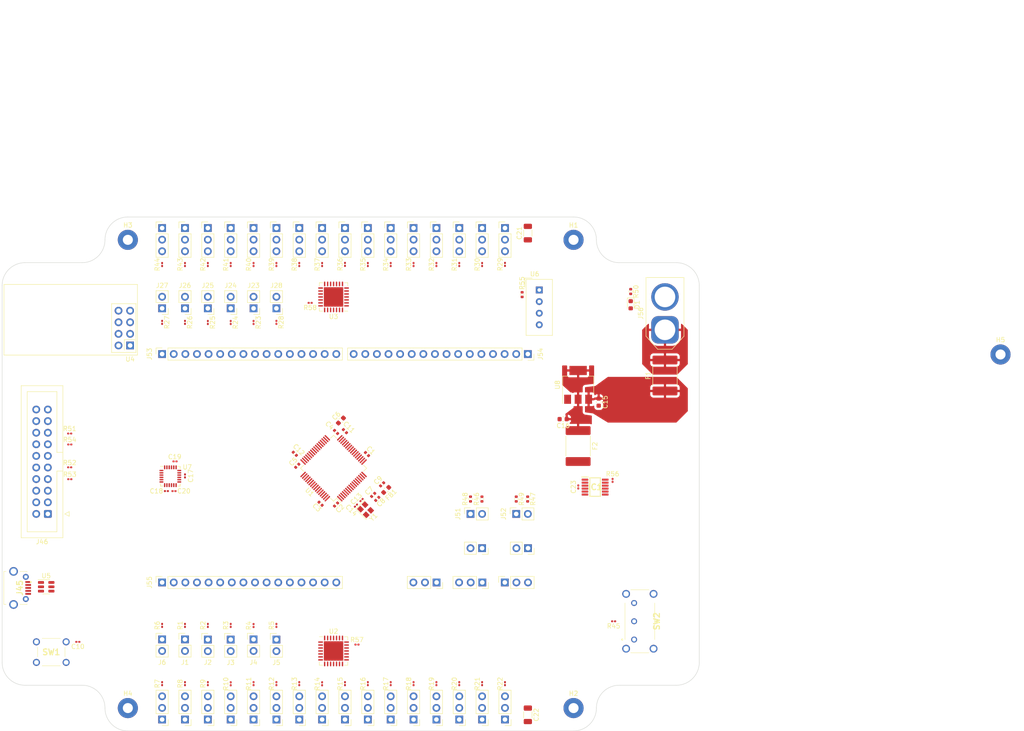
<source format=kicad_pcb>
(kicad_pcb (version 20221018) (generator pcbnew)
  (layers (0 "F.Cu" signal) (1 "In1.Cu" signal) (2 "In2.Cu" signal) (31 "B.Cu" signal "B. GND") (34 "B.Paste" user) (35 "F.Paste" user) (36 "B.SilkS" user "B.Silkscreen") (37 "F.SilkS" user "F.Silkscreen") (38 "B.Mask" user) (39 "F.Mask" user) (44 "Edge.Cuts" user))
  (net 0 "")
  (net 1 "U1A0")
  (net 2 "U1A1")
  (net 3 "U1A2")
  (net 4 "U1A3")
  (net 5 "U1A4")
  (net 6 "U1A5")
  (net 7 "U2A5")
  (net 8 "U2A4")
  (net 9 "U2A3")
  (net 10 "U2A2")
  (net 11 "U2A1")
  (net 12 "U2A0")
  (net 13 "Servo0")
  (net 14 "Servo1")
  (net 15 "Servo2")
  (net 16 "Servo3")
  (net 17 "Servo4")
  (net 18 "Servo5")
  (net 19 "Net-(U1-VCAP_1)")
  (net 20 "Servo6")
  (net 21 "Servo7")
  (net 22 "Servo8")
  (net 23 "Servo9")
  (net 24 "Servo10")
  (net 25 "Servo11")
  (net 26 "Servo12")
  (net 27 "Servo13")
  (net 28 "Net-(U1-VCAP_2)")
  (net 29 "Net-(J46-TMS{slash}SWDIO)")
  (net 30 "Net-(J46-TCK{slash}SWDCLK)")
  (net 32 "Servo14")
  (net 33 "Servo15")
  (net 34 "Servo16")
  (net 35 "Servo17")
  (net 36 "Servo18")
  (net 37 "Servo19")
  (net 38 "Servo20")
  (net 39 "Servo21")
  (net 40 "Net-(J46-TDO{slash}SWO)")
  (net 41 "Servo22")
  (net 42 "Servo23")
  (net 43 "Servo24")
  (net 44 "Servo25")
  (net 45 "Servo26")
  (net 46 "Servo27")
  (net 47 "Servo28")
  (net 48 "Servo29")
  (net 49 "/NO_FUSE_3V3")
  (net 51 "Net-(J46-~{SRST})")
  (net 54 "Servo30")
  (net 55 "Servo31")
  (net 56 "SPI2_MOSI")
  (net 57 "SPI2_MISO")
  (net 58 "+3.3V")
  (net 59 "/USB_ESD_D-")
  (net 60 "/USB_ESD_D+")
  (net 61 "+3.3VA")
  (net 62 "USB_ID")
  (net 63 "USB_D-")
  (net 64 "USB_D+")
  (net 65 "SWDIO")
  (net 66 "SWDCLK")
  (net 67 "UART5_TX")
  (net 68 "UART5_RX")
  (net 69 "/BOOT0")
  (net 70 "SWDO")
  (net 71 "HSE_IN")
  (net 72 "HSE_OUT")
  (net 73 "NRST")
  (net 74 "I2C2_SDA")
  (net 75 "I2C2_SCL")
  (net 76 "Net-(D1-K)")
  (net 77 "Net-(U3-LED0)")
  (net 78 "Net-(U3-LED1)")
  (net 79 "Net-(U3-LED2)")
  (net 80 "Net-(U3-LED3)")
  (net 81 "Net-(U3-LED4)")
  (net 82 "Net-(U3-LED5)")
  (net 83 "Net-(U3-LED6)")
  (net 84 "Net-(U3-LED7)")
  (net 85 "Net-(U3-LED8)")
  (net 86 "Net-(U3-LED9)")
  (net 87 "Net-(U3-LED10)")
  (net 88 "Net-(U3-LED11)")
  (net 89 "Net-(U3-LED12)")
  (net 90 "Net-(U3-LED13)")
  (net 91 "Net-(U3-LED14)")
  (net 92 "Net-(U3-LED15)")
  (net 93 "/SW_BOOT0")
  (net 94 "UART4_TX")
  (net 95 "LTC_ALERT")
  (net 96 "UART4_RX")
  (net 98 "VBUS")
  (net 99 "SPI1_SCK")
  (net 100 "SPI1_MISO")
  (net 101 "SPI1_MOSI")
  (net 102 "NRF_IRQ")
  (net 103 "NRF_CSN")
  (net 104 "NRF_CE")
  (net 105 "DHT11_DA")
  (net 107 "SPI2_SCK")
  (net 108 "IMU_INT")
  (net 109 "Net-(U2-LED0)")
  (net 110 "Net-(U2-LED1)")
  (net 111 "Net-(U2-LED2)")
  (net 112 "Net-(U2-LED3)")
  (net 113 "Net-(U2-LED4)")
  (net 114 "Net-(U2-LED5)")
  (net 115 "Net-(U2-LED6)")
  (net 116 "Net-(U2-LED7)")
  (net 117 "Net-(U2-LED8)")
  (net 118 "Net-(U2-LED9)")
  (net 119 "Net-(U2-LED10)")
  (net 120 "Net-(U2-LED11)")
  (net 121 "Net-(U2-LED12)")
  (net 122 "Net-(U2-LED13)")
  (net 123 "Net-(U2-LED14)")
  (net 124 "Net-(U2-LED15)")
  (net 125 "I2C1_SCL")
  (net 126 "I2C1_SDA")
  (net 127 "GND")
  (net 128 "Net-(SW1-COM_2)")
  (net 129 "Net-(U7-CPOUT)")
  (net 130 "Net-(U2-~{OE})")
  (net 131 "/PA3")
  (net 132 "/PA8")
  (net 133 "/PA9")
  (net 134 "/P1A5")
  (net 135 "Net-(J54-Pin_1)")
  (net 136 "Net-(J54-Pin_7)")
  (net 137 "Net-(J54-Pin_8)")
  (net 138 "Net-(J54-Pin_9)")
  (net 139 "Net-(J54-Pin_10)")
  (net 140 "Net-(J54-Pin_11)")
  (net 141 "Net-(J54-Pin_12)")
  (net 142 "Net-(J54-Pin_14)")
  (net 143 "Net-(J54-Pin_15)")
  (net 144 "Net-(J54-Pin_16)")
  (net 145 "Net-(J55-Pin_3)")
  (net 146 "Net-(J55-Pin_5)")
  (net 147 "Net-(J55-Pin_6)")
  (net 148 "Net-(J55-Pin_8)")
  (net 149 "Net-(J55-Pin_9)")
  (net 150 "Net-(J55-Pin_15)")
  (net 151 "Net-(J55-Pin_16)")
  (net 168 "Net-(IC1-ADR1)")
  (net 169 "Net-(U3-~{OE})")
  (net 170 "Net-(IC1-SENSE-)")
  (net 171 "+7.5V")
  (net 172 "/BAT_POS")
  (footprint "Resistor_SMD:R_0201_0603Metric" (layer "F.Cu") (at 72.5 172.18 90)
    (fp_text reference "R10")
    (fp_text value "220")
  )
  (footprint "Connector_PinHeader_2.54mm:PinHeader_1x02_P2.54mm_Vertical" (layer "F.Cu") (at 62.5 162.46)
    (fp_text reference "J1")
    (fp_text value "U1A")
  )
  (footprint "Resistor_SMD:R_0201_0603Metric" (layer "F.Cu") (at 117.5 80.405 90)
    (fp_text reference "R32")
    (fp_text value "220")
  )
  (footprint "MountingHole:MountingHole_2.2mm_M2_Pad" (layer "F.Cu") (at 147.5 75)
    (fp_text reference "H1")
    (fp_text value "MountingHole")
  )
  (footprint "Resistor_SMD:R_0201_0603Metric" (layer "F.Cu") (at 87.5 80.405 90)
    (fp_text reference "R38")
    (fp_text value "220")
  )
  (footprint "#Custom Stuff:EG1224" (layer "F.Cu") (at 160.75 162.5 90)
    (fp_text reference "SW2")
    (fp_text value "~" hide)
  )
  (footprint "Resistor_SMD:R_0201_0603Metric" (layer "F.Cu") (at 57.5 159.405 90)
    (fp_text reference "R6")
    (fp_text value "220")
  )
  (footprint "Connector_PinHeader_2.54mm:PinHeader_1x03_P2.54mm_Vertical" (layer "F.Cu") (at 102.5 72.42)
    (fp_text reference "J35" hide)
    (fp_text value "Servo")
  )
  (footprint "Resistor_SMD:R_0201_0603Metric" (layer "F.Cu") (at 82.5 80.405 90)
    (fp_text reference "R39")
    (fp_text value "220")
  )
  (footprint "Capacitor_SMD:C_0402_1005Metric" (layer "F.Cu") (at 86.528861 121.832162 135)
    (fp_text reference "C12")
    (fp_text value "100n")
  )
  (footprint "Resistor_SMD:R_0201_0603Metric" (layer "F.Cu") (at 127.5 172.155 90)
    (fp_text reference "R21")
    (fp_text value "220")
  )
  (footprint "Capacitor_SMD:C_0402_1005Metric" (layer "F.Cu") (at 95.544473 117.059191 135)
    (fp_text reference "C4")
    (fp_text value "100n")
  )
  (footprint "Resistor_SMD:R_0201_0603Metric" (layer "F.Cu") (at 72.5 80.405 90)
    (fp_text reference "R41")
    (fp_text value "220")
  )
  (footprint "Resistor_SMD:R_0402_1005Metric" (layer "F.Cu") (at 124.96 131.74 90)
    (fp_text reference "R48")
    (fp_text value "2k2")
  )
  (footprint "Connector_PinHeader_2.54mm:PinHeader_1x02_P2.54mm_Vertical" (layer "F.Cu") (at 82.5 162.5)
    (fp_text reference "J5")
    (fp_text value "U1A")
  )
  (footprint "Inductor_SMD:L_0603_1608Metric" (layer "F.Cu") (at 106.517002 129.746454 45)
    (fp_text reference "FB1")
    (fp_text value "120R")
  )
  (footprint "Resistor_SMD:R_0201_0603Metric" (layer "F.Cu") (at 112.5 80.405 90)
    (fp_text reference "R33")
    (fp_text value "220")
  )
  (footprint "Capacitor_SMD:C_0402_1005Metric" (layer "F.Cu") (at 92.157431 132.764032 135)
    (fp_text reference "C3")
    (fp_text value "100n")
  )
  (footprint "Capacitor_SMD:C_0402_1005Metric" (layer "F.Cu") (at 97.489016 116.882414 135)
    (fp_text reference "C11")
    (fp_text value "100n")
  )
  (footprint "#Custom Stuff:18259106" (layer "F.Cu") (at 30 163)
    (fp_text reference "SW1")
    (fp_text value "1825910-6" hide)
  )
  (footprint "Resistor_SMD:R_0201_0603Metric" (layer "F.Cu") (at 107.5 172.155 90)
    (fp_text reference "R17")
    (fp_text value "220")
  )
  (footprint "Resistor_SMD:R_0201_0603Metric" (layer "F.Cu") (at 62.5 93.07 -90)
    (fp_text reference "R26")
    (fp_text value "220")
  )
  (footprint "Resistor_SMD:R_0201_0603Metric" (layer "F.Cu") (at 132.5 80.38 90)
    (fp_text reference "R29")
    (fp_text value "220")
  )
  (footprint "Resistor_SMD:R_0402_1005Metric" (layer "F.Cu") (at 137.46 131.74 -90)
    (fp_text reference "R47")
    (fp_text value "2k2")
  )
  (footprint "Connector_PinHeader_2.54mm:PinHeader_1x03_P2.54mm_Vertical" (layer "F.Cu") (at 87.5 180 180)
    (fp_text reference "J13" hide)
    (fp_text value "Servo")
  )
  (footprint "Connector_PinHeader_2.54mm:PinHeader_1x03_P2.54mm_Vertical" (layer "F.Cu") (at 132.5 180 180)
    (fp_text reference "J22" hide)
    (fp_text value "Servo")
  )
  (footprint "Sensor_Motion:InvenSense_QFN-24_4x4mm_P0.5mm" (layer "F.Cu") (at 59.3 126.75)
    (fp_text reference "U7")
    (fp_text value "MPU-6050")
  )
  (footprint "Resistor_SMD:R_0201_0603Metric" (layer "F.Cu") (at 112.5 172.155 90)
    (fp_text reference "R18")
    (fp_text value "220")
  )
  (footprint "Resistor_SMD:R_0201_0603Metric" (layer "F.Cu") (at 122.5 80.405 90)
    (fp_text reference "R31")
    (fp_text value "220")
  )
  (footprint "Connector_PinHeader_2.54mm:PinHeader_1x03_P2.54mm_Vertical" (layer "F.Cu") (at 77.5 72.42)
    (fp_text reference "J40" hide)
    (fp_text value "Servo")
  )
  (footprint "Capacitor_SMD:C_1206_3216Metric" (layer "F.Cu") (at 137.5 73.525 90)
    (fp_text reference "C21")
    (fp_text value "10uF")
  )
  (footprint "Resistor_SMD:R_0201_0603Metric" (layer "F.Cu") (at 87.5 172.155 90)
    (fp_text reference "R13")
    (fp_text value "220")
  )
  (footprint "Resistor_SMD:R_0201_0603Metric" (layer "F.Cu") (at 92.5 172.18 90)
    (fp_text reference "R14")
    (fp_text value "220")
  )
  (footprint "Connector_PinSocket_2.54mm:PinSocket_1x16_P2.54mm_Vertical" (layer "F.Cu") (at 137.5 100 -90)
    (fp_text reference "J54")
    (fp_text value "Conn_01x16")
  )
  (footprint "Resistor_SMD:R_0201_0603Metric" (layer "F.Cu") (at 89.88 88.8 180)
    (fp_text reference "R58")
    (fp_text value "220")
  )
  (footprint "MountingHole:MountingHole_2.2mm_M2_Pad" (layer "F.Cu") (at 147.5 177.5)
    (fp_text reference "H2")
    (fp_text value "MountingHole")
  )
  (footprint "Connector_PinSocket_2.54mm:PinSocket_1x02_P2.54mm_Vertical" (layer "F.Cu") (at 134.96 135 90)
    (fp_text reference "J52")
    (fp_text value "Conn_01x02")
  )
  (footprint "Capacitor_SMD:C_0201_0603Metric" (layer "F.Cu") (at 62.5 126.68 90)
    (fp_text reference "C17")
    (fp_text value "10n")
  )
  (footprint "Resistor_SMD:R_0201_0603Metric" (layer "F.Cu") (at 102.5 80.405 90)
    (fp_text reference "R35")
    (fp_text value "220")
  )
  (footprint "Resistor_SMD:R_0201_0603Metric" (layer "F.Cu") (at 77.5 159.43 90)
    (fp_text reference "R4")
    (fp_text value "220")
  )
  (footprint "Resistor_SMD:R_0201_0603Metric" (layer "F.Cu") (at 97.5 80.38 90)
    (fp_text reference "R36")
    (fp_text value "220")
  )
  (footprint "Resistor_SMD:R_0201_0603Metric" (layer "F.Cu") (at 37.28 117.4)
    (fp_text reference "R51")
    (fp_text value "22")
  )
  (footprint "Resistor_SMD:R_0201_0603Metric" (layer "F.Cu") (at 57.5 80.405 90)
    (fp_text reference "R44")
    (fp_text value "220")
  )
  (footprint "Connector_PinSocket_2.54mm:PinSocket_1x03_P2.54mm_Vertical" (layer "F.Cu") (at 117.54 150 -90)
    (fp_text reference "J50" hide)
    (fp_text value "Conn_01x03")
  )
  (footprint "Capacitor_SMD:C_1206_3216Metric" (layer "F.Cu") (at 137.5 178.975 -90)
    (fp_text reference "C22")
    (fp_text value "10uF")
  )
  (footprint "Connector_PinSocket_2.54mm:PinSocket_1x02_P2.54mm_Vertical" (layer "F.Cu") (at 127.5 142.5 -90)
    (fp_text reference "J48" hide)
    (fp_text value "Conn_01x02")
  )
  (footprint "Connector_PinHeader_2.54mm:PinHeader_1x03_P2.54mm_Vertical" (layer "F.Cu") (at 107.5 180 180)
    (fp_text reference "J17" hide)
    (fp_text value "Servo")
  )
  (footprint "Package_DFN_QFN:QFN-28-1EP_6x6mm_P0.65mm_EP4.25x4.25mm" (layer "F.Cu") (at 95 165)
    (fp_text reference "U2")
    (fp_text value "PCA9685BS")
  )
  (footprint "Resistor_SMD:R_0201_0603Metric" (layer "F.Cu") (at 67.5 93.095 -90)
    (fp_text reference "R25")
    (fp_text value "220")
  )
  (footprint "Connector_PinHeader_2.54mm:PinHeader_1x03_P2.54mm_Vertical" (layer "F.Cu") (at 127.5 180 180)
    (fp_text reference "J21" hide)
    (fp_text value "Servo")
  )
  (footprint "Connector_PinHeader_2.54mm:PinHeader_1x03_P2.54mm_Vertical" (layer "F.Cu") (at 87.5 72.42)
    (fp_text reference "J38" hide)
    (fp_text value "Servo")
  )
  (footprint "MountingHole:MountingHole_2.2mm_M2_Pad" (layer "F.Cu") (at 50 75)
    (fp_text reference "H3")
    (fp_text value "MountingHole")
  )
  (footprint "Resistor_SMD:R_0201_0603Metric" (layer "F.Cu") (at 72.5 159.405 90)
    (fp_text reference "R3")
    (fp_text value "220")
  )
  (footprint "Resistor_SMD:R_0201_0603Metric" (layer "F.Cu") (at 37.28 124.8 180)
    (fp_text reference "R52")
    (fp_text value "22")
  )
  (footprint "Resistor_SMD:R_0201_0603Metric" (layer "F.Cu") (at 77.5 93.095 -90)
    (fp_text reference "R23")
    (fp_text value "220")
  )
  (footprint "Resistor_SMD:R_0201_0603Metric" (layer "F.Cu") (at 127.5 80.405 90)
    (fp_text reference "R30")
    (fp_text value "220")
  )
  (footprint "Resistor_SMD:R_0201_0603Metric" (layer "F.Cu") (at 122.5 172.155 90)
    (fp_text reference "R20")
    (fp_text value "220")
  )
  (footprint "Connector_PinHeader_2.54mm:PinHeader_1x02_P2.54mm_Vertical" (layer "F.Cu") (at 77.5 162.46)
    (fp_text reference "J4")
    (fp_text value "U1A")
  )
  (footprint "Connector_PinHeader_2.54mm:PinHeader_1x02_P2.54mm_Vertical" (layer "F.Cu") (at 72.5 162.5)
    (fp_text reference "J3")
    (fp_text value "U1A")
  )
  (footprint "Capacitor_SMD:C_0402_1005Metric" (layer "F.Cu") (at 104.560084 131.703372 -135)
    (fp_text reference "C8")
    (fp_text value "1u")
  )
  (footprint "Resistor_SMD:R_0201_0603Metric" (layer "F.Cu") (at 77.5 80.405 90)
    (fp_text reference "R40")
    (fp_text value "220")
  )
  (footprint "Connector_PinHeader_2.54mm:PinHeader_1x03_P2.54mm_Vertical" (layer "F.Cu") (at 107.5 72.42)
    (fp_text reference "J34" hide)
    (fp_text value "Servo")
  )
  (footprint "Resistor_SMD:R_0402_1005Metric" (layer "F.Cu") (at 160 86.315002 -90)
    (fp_text reference "R50")
    (fp_text value "2k2")
  )
  (footprint "Capacitor_SMD:C_0603_1608Metric" (layer "F.Cu") (at 145.225 114.25 180)
    (fp_text reference "C16")
    (fp_text value "22u")
  )
  (footprint "Package_TO_SOT_SMD:SOT-223-3_TabPin2" (layer "F.Cu") (at 148.5 106.75 90)
    (fp_text reference "U8")
    (fp_text value "AMS1117-3.3")
  )
  (footprint "Connector_PinHeader_2.54mm:PinHeader_1x03_P2.54mm_Vertical" (layer "F.Cu") (at 132.5 72.42)
    (fp_text reference "J29" hide)
    (fp_text value "Servo")
  )
  (footprint "Connector_PinHeader_2.54mm:PinHeader_1x03_P2.54mm_Vertical" (layer "F.Cu") (at 97.5 72.42)
    (fp_text reference "J36" hide)
    (fp_text value "Servo")
  )
  (footprint "Resistor_SMD:R_0402_1005Metric" (layer "F.Cu") (at 127.46 131.74 90)
    (fp_text reference "R46")
    (fp_text value "2k2")
  )
  (footprint "Connector_IDC:IDC-Header_2x10_P2.54mm_Vertical" (layer "F.Cu") (at 32.5 135 180)
    (fp_text reference "J46")
    (fp_text value "Conn_ARM_JTAG_SWD_20")
  )
  (footprint "Resistor_SMD:R_0201_0603Metric" (layer "F.Cu") (at 92.5 80.405 90)
    (fp_text reference "R37")
    (fp_text value "220")
  )
  (footprint "Connector_PinHeader_2.54mm:PinHeader_1x03_P2.54mm_Vertical" (layer "F.Cu") (at 127.5 72.42)
    (fp_text reference "J30" hide)
    (fp_text value "Servo")
  )
  (footprint "Connector_PinHeader_2.54mm:PinHeader_1x02_P2.54mm_Vertical" (layer "F.Cu") (at 57.5 162.46)
    (fp_text reference "J6")
    (fp_text value "U1A")
  )
  (footprint "Connector_PinHeader_2.54mm:PinHeader_1x03_P2.54mm_Vertical" (layer "F.Cu") (at 62.5 72.42)
    (fp_text reference "J43" hide)
    (fp_text value "Servo")
  )
  (footprint "Connector_PinHeader_2.54mm:PinHeader_1x03_P2.54mm_Vertical" (layer "F.Cu") (at 72.5 180 180)
    (fp_text reference "J10" hide)
    (fp_text value "Servo")
  )
  (footprint "Connector_PinHeader_2.54mm:PinHeader_1x03_P2.54mm_Vertical" (layer "F.Cu") (at 117.5 180 180)
    (fp_text reference "J19" hide)
    (fp_text value "Servo")
  )
  (footprint "Capacitor_SMD:C_0201_0603Metric" (layer "F.Cu") (at 60.095 130 180)
    (fp_text reference "C20")
    (fp_text value "100n")
  )
  (footprint "RF_Module:nRF24L01_Breakout" (layer "F.Cu") (at 50.5 98.125 180)
    (fp_text reference "U4")
    (fp_text value "NRF24L01_Breakout")
  )
  (footprint "Connector_PinHeader_2.54mm:PinHeader_1x02_P2.54mm_Vertical" (layer "F.Cu") (at 77.5 90 180)
    (fp_text reference "J23")
    (fp_text value "U1A")
  )
  (footprint "Connector_PinHeader_2.54mm:PinHeader_1x02_P2.54mm_Vertical" (layer "F.Cu") (at 67.5 90 180)
    (fp_text reference "J25")
    (fp_text value "U1A")
  )
  (footprint "Resistor_SMD:R_0201_0603Metric" (layer "F.Cu") (at 100.12 163.6)
    (fp_text reference "R57")
    (fp_text value "220")
  )
  (footprint "Resistor_SMD:R_0201_0603Metric" (layer "F.Cu") (at 57.5 93.07 -90)
    (fp_text reference "R27")
    (fp_text value "220")
  )
  (footprint "Connector_PinHeader_2.54mm:PinHeader_1x03_P2.54mm_Vertical" (layer "F.Cu") (at 97.5 180 180)
    (fp_text reference "J15" hide)
    (fp_text value "Servo")
  )
  (footprint "Connector_PinHeader_2.54mm:PinHeader_1x02_P2.54mm_Vertical" (layer "F.Cu") (at 62.5 90 180)
    (fp_text reference "J26")
    (fp_text value "U1A")
  )
  (footprint "Connector_PinHeader_2.54mm:PinHeader_1x03_P2.54mm_Vertical" (layer "F.Cu") (at 57.5 180 180)
    (fp_text reference "J7" hide)
    (fp_text value "Servo")
  )
  (footprint "Capacitor_SMD:C_0201_0603Metric" (layer "F.Cu") (at 148.537 129.095 90)
    (fp_text reference "C23")
    (fp_text value "0.1uF")
  )
  (footprint "Resistor_SMD:R_0201_0603Metric" (layer "F.Cu") (at 67.5 172.155 90)
    (fp_text reference "R9")
    (fp_text value "220")
  )
  (footprint "Capacitor_SMD:C_0402_1005Metric" (layer "F.Cu") (at 102.314285 121.900071 -45)
    (fp_text reference "C1")
    (fp_text value "100n")
  )
  (footprint "Resistor_SMD:R_0201_0603Metric" (layer "F.Cu") (at 82.5 172.155 90)
    (fp_text reference "R12")
    (fp_text value "220")
  )
  (footprint "Connector_PinSocket_2.54mm:PinSocket_1x02_P2.54mm_Vertical" (layer "F.Cu") (at 137.54 142.5 -90)
    (fp_text reference "J47" hide)
    (fp_text value "Conn_01x02")
  )
  (footprint "Connector_PinHeader_2.54mm:PinHeader_1x03_P2.54mm_Vertical" (layer "F.Cu") (at 82.5 180 180)
    (fp_text reference "J12" hide)
    (fp_text value "Servo")
  )
  (footprint "Fuse:Fuse_2920_7451Metric" (layer "F.Cu") (at 167.5 104.7 90)
    (fp_text reference "F1")
    (fp_text value "TLC-LSMD300")
  )
  (footprint "Resistor_SMD:R_0201_0603Metric" (layer "F.Cu") (at 77.5 172.155 90)
    (fp_text reference "R11")
    (fp_text value "220")
  )
  (footprint "Connector_AMASS:AMASS_XT60-M_1x02_P7.20mm_Vertical" (layer "F.Cu") (at 167.5 94.7 90)
    (fp_text reference "J56")
    (fp_text value "Conn_01x02")
  )
  (footprint "Connector_PinHeader_2.54mm:PinHeader_1x03_P2.54mm_Vertical" (layer "F.Cu") (at 67.5 180 180)
    (fp_text reference "J9" hide)
    (fp_text value "Servo")
  )
  (footprint "Connector_PinHeader_2.54mm:PinHeader_1x02_P2.54mm_Vertical" (layer "F.Cu") (at 72.5 90 180)
    (fp_text reference "J24")
    (fp_text value "U1A")
  )
  (footprint "#Custom Stuff:SOP65P490X110-12N" (layer "F.Cu") (at 152.212 129.125)
    (fp_text reference "IC1")
    (fp_text value "LTC2945CMS#PBF" hide)
  )
  (footprint "Connector_PinHeader_2.54mm:PinHeader_1x03_P2.54mm_Vertical" (layer "F.Cu") (at 122.5 72.42)
    (fp_text reference "J31" hide)
    (fp_text value "Servo")
  )
  (footprint "Capacitor_SMD:C_0603_1608Metric" (layer "F.Cu") (at 153 110.525 -90)
    (fp_text reference "C15")
    (fp_text value "22u")
  )
  (footprint "Capacitor_SMD:C_0201_0603Metric" (layer "F.Cu") (at 58.43 130)
    (fp_text reference "C18")
    (fp_text value "100n")
  )
  (footprint "Resistor_SMD:R_0201_0603Metric" (layer "F.Cu") (at 57.5 172.155 90)
    (fp_text reference "R7")
    (fp_text value "220")
  )
  (footprint "Capacitor_SMD:C_0402_1005Metric" (layer "F.Cu") (at 95.544473 132.940809 -135)
    (fp_text reference "C2")
    (fp_text value "100n")
  )
  (footprint "Crystal:Crystal_SMD_2520-4Pin_2.5x2.0mm" (layer "F.Cu") (at 102.007429 134.079251 -45)
    (fp_text reference "Y1")
    (fp_text value "16Mhz")
  )
  (footprint "Capacitor_SMD:C_0201_0603Metric" (layer "F.Cu") (at 99.90025 133.181225 45)
    (fp_text reference "C14")
    (fp_text value "10p")
  )
  (footprint "Connector_PinHeader_2.54mm:PinHeader_1x03_P2.54mm_Vertical" (layer "F.Cu") (at 117.5 72.42)
    (fp_text reference "J32" hide)
    (fp_text value "Servo")
  )
  (footprint "Resistor_SMD:R_0201_0603Metric" (layer "F.Cu") (at 156.27 158.505 180)
    (fp_text reference "R45")
    (fp_text value "10K")
  )
  (footprint "Connector_PinSocket_2.54mm:PinSocket_1x02_P2.54mm_Vertical" (layer "F.Cu") (at 124.96 135 90)
    (fp_text reference "J51")
    (fp_text value "Conn_01x02")
  )
  (footprint "Connector_PinHeader_2.54mm:PinHeader_1x03_P2.54mm_Vertical" (layer "F.Cu") (at 122.5 180 180)
    (fp_text reference "J20" hide)
    (fp_text value "Servo")
  )
  (footprint "Resistor_SMD:R_0201_0603Metric" (layer "F.Cu") (at 67.5 80.405 90)
    (fp_text reference "R42")
    (fp_text value "220")
  )
  (footprint "Connector_PinHeader_2.54mm:PinHeader_1x02_P2.54mm_Vertical" (layer "F.Cu") (at 67.5 162.5)
    (fp_text reference "J2")
    (fp_text value "U1A")
  )
  (footprint "Connector_PinHeader_2.54mm:PinHeader_1x03_P2.54mm_Vertical" (layer "F.Cu") (at 112.5 72.42)
    (fp_text reference "J33" hide)
    (fp_text value "Servo")
  )
  (footprint "Connector_PinHeader_2.54mm:PinHeader_1x03_P2.54mm_Vertical" (layer "F.Cu") (at 92.5 180 180)
    (fp_text reference "J14" hide)
    (fp_text value "Servo")
  )
  (footprint "MountingHole:MountingHole_2.2mm_M2_Pad" (layer "F.Cu") (at 240.9 100.1)
    (fp_text reference "H5")
    (fp_text value "MountingHole")
  )
  (footprint "Connector_PinHeader_2.54mm:PinHeader_1x03_P2.54mm_Vertical" (layer "F.Cu") (at 112.5 180 180)
    (fp_text reference "J18" hide)
    (fp_text value "Servo")
  )
  (footprint "MountingHole:MountingHole_2.2mm_M2_Pad" (layer "F.Cu") (at 50 177.5)
    (fp_text reference "H4")
    (fp_text value "MountingHole")
  )
  (footprint "Resistor_SMD:R_0402_1005Metric" (layer "F.Cu") (at 136.25 86.99 -90)
    (fp_text reference "R55")
    (fp_text value "5k")
  )
  (footprint "Connector_PinHeader_2.54mm:PinHeader_1x03_P2.54mm_Vertical" (layer "F.Cu") (at 67.5 72.42)
    (fp_text reference "J42" hide)
    (fp_text value "Servo")
  )
  (footprint "Capacitor_SMD:C_0402_1005Metric" (layer "F.Cu") (at 103.662058 130.833631 -135)
    (fp_text reference "C7")
    (fp_text value "10n")
  )
  (footprint "Resistor_SMD:R_0201_0603Metric" (layer "F.Cu") (at 62.5 80.405 90)
    (fp_text reference "R43")
    (fp_text value "220")
  )
  (footprint "Connector_PinHeader_2.54mm:PinHeader_1x02_P2.54mm_Vertical" (layer "F.Cu") (at 57.5 90 180)
    (fp_text reference "J27")
    (fp_text value "U1A")
  )
  (footprint "Resistor_SMD:R_0201_0603Metric" (layer "F.Cu") (at 97.5 172.155 90)
    (fp_text reference "R15")
    (fp_text value "220")
  )
  (footprint "Capacitor_SMD:C_0402_1005Metric" (layer "F.Cu") (at 87.059191 124.455528 -135)
    (fp_text reference "C5")
    (fp_text value "100n")
  )
  (footprint "Capacitor_SMD:C_0603_1608Metric" (layer "F.Cu") (at 96.608668 114.552497 45)
    (fp_text reference "C6")
    (fp_text value "10u")
  )
  (footprint "Connector_PinSocket_2.54mm:PinSocket_1x03_P2.54mm_Vertical" (layer "F.Cu") (at 127.54 150 -90)
    (fp_text reference "J57" hide)
    (fp_text value "Conn_01x03")
  )
  (footprint "Sensor:Aosong_DHT11_5.5x12.0_P2.54mm" (layer "F.Cu") (at 140 85.98)
    (fp_text reference "U6")
    (fp_text value "DHT11")
  )
  (footprint "Resistor_SMD:R_0201_0603Metric" (layer "F.Cu") (at 156.037 127.655 90)
    (fp_text reference "R56")
    (fp_text value "0.02")
  )
  (footprint "Capacitor_SMD:C_0402_1005Metric" (layer "F.Cu") (at 105.620744 128.521392 -135)
    (fp_text reference "C9")
    (fp_text value "1u")
  )
  (footprint "Resistor_SMD:R_0201_0603Metric" (layer "F.Cu") (at 37.305001 127.4)
    (fp_text reference "R53")
    (fp_text value "22")
  )
  (footprint "Resistor_SMD:R_0201_0603Metric" (layer "F.Cu") (at 82.5 93.07 -90)
    (fp_text reference "R28")
    (fp_text value "220")
  )
  (footprint "Resistor_SMD:R_0201_0603Metric" (layer "F.Cu") (at 107.5 80.405 90)
    (fp_text reference "R34")
    (fp_text value "220")
  )
  (footprint "Capacitor_SMD:C_0201_0603Metric" (layer "F.Cu") (at 60.32 123.5 180)
    (fp_text reference "C19")
    (fp_text value "2n2")
  )
  (footprint "Resistor_SMD:R_0402_1005Metric" (layer "F.Cu") (at 134.96 131.74 -90)
    (fp_text reference "R49")
    (fp_text value "2k2")
  )
  (footprint "LED_SMD:LED_0603_1608Metric" (layer "F.Cu") (at 160 89.2125 -90)
    (fp_text reference "D1")
    (fp_text value "RED")
  )
  (footprint "Connector_PinHeader_2.54mm:PinHeader_1x03_P2.54mm_Vertical" (layer "F.Cu") (at 57.5 72.42)
    (fp_text reference "J44" hide)
    (fp_text value "Servo")
  )
  (footprint "Resistor_SMD:R_0201_0603Metric" (layer "F.Cu") (at 72.5 93.095 -90)
    (fp_text reference "R24")
    (fp_text value "220")
  )
  (footprint "Package_QFP:LQFP-64_10x10mm_P0.5mm" (layer "F.Cu") (at 95 125 135)
    (fp_text reference "U1")
    (fp_text value "STM32F405RGT6")
  )
  (footprint "Resistor_SMD:R_0201_0603Metric" (layer "F.Cu") (at 37.305 119.8)
    (fp_text reference "R54")
    (fp_text value "22")
  )
  (footprint "Resistor_SMD:R_0201_0603Metric" (layer "F.Cu") (at 117.5 172.155 90)
    (fp_text reference "R19")
    (fp_text value "220")
  )
  (footprint "Connector_PinSocket_2.54mm:PinSocket_1x03_P2.54mm_Vertical" (layer "F.Cu") (at 132.46 150 90)
    (fp_text reference "J49" hide)
    (fp_text value "Conn_01x03")
  )
  (footprint "Connector_PinHeader_2.54mm:PinHeader_1x03_P2.54mm_Vertical" (layer "F.Cu") (at 72.5 72.42)
    (fp_text reference "J41" hide)
    (fp_text value "Servo")
  )
  (footprint "Resistor_SMD:R_0201_0603Metric" (layer "F.Cu") (at 62.5 172.155 90)
    (fp_text reference "R8")
    (fp_text value "220")
  )
  (footprint "Connector_PinSocket_2.54mm:PinSocket_1x16_P2.54mm_Vertical" (layer "F.Cu") (at 57.5 150 90)
    (fp_text reference "J55")
    (fp_text value "Conn_01x16")
  )
  (footprint "Capacitor_SMD:C_0201_0603Metric" (layer "F.Cu") (at 101.12001 131.961466 -135)
    (fp_text reference "C13")
    (fp_text value "10p")
  )
  (footprint "Connector_PinHeader_2.54mm:PinHeader_1x03_P2.54mm_Vertical" (layer "F.Cu") (at 62.5 180 180)
    (fp_text reference "J8" hide)
    (fp_text value "Servo")
  )
  (footprint "Connector_PinHeader_2.54mm:PinHeader_1x03_P2.54mm_Vertical" (layer "F.Cu") (at 77.5 180 180)
    (fp_text reference "J11" hide)
    (fp_text value "Servo")
  )
  (footprint "Package_DFN_QFN:QFN-28-1EP_6x6mm_P0.65mm_EP4.25x4.25mm" (layer "F.Cu") (at 95 87.5 180)
    (fp_text reference "U3")
    (fp_text value "PCA9685BS")
  )
  (footprint "Connector_PinHeader_2.54mm:PinHeader_1x03_P2.54mm_Vertical" (layer "F.Cu") (at 82.5 72.42)
    (fp_text reference "J39" hide)
    (fp_text value "Servo")
  )
  (footprint "Package_TO_SOT_SMD:SOT-23-6" (layer "F.Cu") (at 32.1375 150.95)
    (fp_text reference "U5")
    (fp_text value "USBLC6-2SC6")
  )
  (footprint "Connector_PinSocket_2.54mm:PinSocket_1x16_P2.54mm_Vertical" (layer "F.Cu") (at 57.5 100 90)
    (fp_text reference "J53")
    (fp_text value "Conn_01x16")
  )
  (footprint "Resistor_SMD:R_0201_0603Metric" (layer "F.Cu") (at 67.5 159.405 90)
    (fp_text reference "R2")
    (fp_text value "220")
  )
  (footprint "Resistor_SMD:R_0201_0603Metric" (layer "F.Cu") (at 62.5 159.405 90)
    (fp_text reference "R1")
    (fp_text value "220")
  )
  (footprint "Capacitor_SMD:C_0201_0603Metric" (layer "F.Cu") (at 39.06 163.005 180)
    (fp_text reference "C10")
    (fp_text value "100n")
  )
  (footprint "Resistor_SMD:R_0201_0603Metric" (layer "F.Cu") (at 132.5 172.155 90)
    (fp_text reference "R22")
    (fp_text value "220")
  )
  (footprint "#Custom Stuff:MICROXNJ" (layer "F.Cu") (at 25 151.2 90)
    (fp_text reference "J45")
    (fp_text value "USB_B_Micro" hide)
  )
  (footprint "Resistor_SMD:R_0201_0603Metric" (layer "F.Cu") (at 82.5 159.405 90)
    (fp_text reference "R5")
    (fp_text value "220")
  )
  (footprint "Fuse:Fuse_2920_7451Metric" (layer "F.Cu") (at 148.5 120.1375 -90)
    (fp_text reference "F2")
    (fp_text value "TLC_LSMD050")
  )
  (footprint "Connector_PinHeader_2.54mm:PinHeader_1x03_P2.54mm_Vertical" (layer "F.Cu") (at 92.5 72.42)
    (fp_text reference "J37" hide)
    (fp_text value "Servo")
  )
  (footprint "Connector_PinHeader_2.54mm:PinHeader_1x03_P2.54mm_Vertical" (layer "F.Cu") (at 102.5 180 180)
    (fp_text reference "J16" hide)
    (fp_text value "Servo")
  )
  (footprint "Resistor_SMD:R_0201_0603Metric" (layer "F.Cu") (at 102.5 172.155 90)
    (fp_text reference "R16")
    (fp_text value "220")
  )
  (footprint "Connector_PinHeader_2.54mm:PinHeader_1x02_P2.54mm_Vertical" (layer "F.Cu") (at 82.5 90 180)
    (fp_text reference "J28")
    (fp_text value "U1A")
  )
  (gr_arc (start 147.5 70) (mid 151.035534 71.464466) (end 152.5 75) (stroke (width 0.1)) (layer "Edge.Cuts"))
  (gr_line (start 40 80) (end 27.5 80) (stroke (width 0.1)) (layer "Edge.Cuts"))
  (gr_line (start 157.5 172.5) (end 170 172.5) (stroke (width 0.1)) (layer "Edge.Cuts"))
  (gr_line (start 157.5 80) (end 170 80) (stroke (width 0.1)) (layer "Edge.Cuts"))
  (gr_arc (start 40 172.5) (mid 43.535534 173.964466) (end 45 177.5) (stroke (width 0.1)) (layer "Edge.Cuts"))
  (gr_line (start 147.5 70) (end 50 70) (stroke (width 0.1)) (layer "Edge.Cuts"))
  (gr_arc (start 50 182.5) (mid 46.464466 181.035534) (end 45 177.5) (stroke (width 0.1)) (layer "Edge.Cuts"))
  (gr_arc (start 22.5 85) (mid 23.964466 81.464466) (end 27.5 80) (stroke (width 0.1)) (layer "Edge.Cuts"))
  (gr_line (start 40 172.5) (end 27.5 172.5) (stroke (width 0.1)) (layer "Edge.Cuts"))
  (gr_arc (start 175 167.5) (mid 173.535534 171.035534) (end 170 172.5) (stroke (width 0.1)) (layer "Edge.Cuts"))
  (gr_line (start 22.5 167.5) (end 22.5 85) (stroke (width 0.1)) (layer "Edge.Cuts"))
  (gr_arc (start 170 80) (mid 173.535534 81.464466) (end 175 85) (stroke (width 0.1)) (layer "Edge.Cuts"))
  (gr_arc (start 152.5 177.5) (mid 151.035534 181.035534) (end 147.5 182.5) (stroke (width 0.1)) (layer "Edge.Cuts"))
  (gr_line (start 147.5 182.5) (end 50 182.5) (stroke (width 0.1)) (layer "Edge.Cuts"))
  (gr_arc (start 45 75) (mid 46.464466 71.464466) (end 50 70) (stroke (width 0.1)) (layer "Edge.Cuts"))
  (gr_line (start 175 167.5) (end 175 85) (stroke (width 0.1)) (layer "Edge.Cuts"))
  (gr_arc (start 27.5 172.5) (mid 23.964466 171.035534) (end 22.5 167.5) (stroke (width 0.1)) (layer "Edge.Cuts"))
  (gr_arc (start 45 75) (mid 43.535534 78.535534) (end 40 80) (stroke (width 0.1)) (layer "Edge.Cuts"))
  (gr_arc (start 152.5 177.5) (mid 153.964466 173.964466) (end 157.5 172.5) (stroke (width 0.1)) (layer "Edge.Cuts"))
  (gr_arc (start 157.5 80) (mid 153.964466 78.535534) (end 152.5 75) (stroke (width 0.1)) (layer "Edge.Cuts"))
  (zone (net 172) (net_name "/BAT_POS") (layer "F.Cu") (connect_pads (clearance 0.5)) (min_thickness 0.25) (fill yes (thermal_gap 0.5) (thermal_bridge_width 0.5))
    (polygon (pts (xy 162.5 102.2) (xy 162.5 94.7) (xy 165 92.2) (xy 170 92.2) (xy 172.5 94.7) (xy 172.5 102.2) (xy 170 104.7) (xy 165 104.7)))
  )
  (zone (net 49) (net_name "/NO_FUSE_3V3") (layer "F.Cu") (priority 4) (connect_pads (clearance 0.5)) (min_thickness 0.25) (fill yes (thermal_gap 0.5) (thermal_bridge_width 0.5))
    (polygon (pts (xy 145.499999 118) (xy 151.5 118) (xy 151.5 113.25) (xy 149.75 113) (xy 149.5 111.75) (xy 149.5 109.000001) (xy 149.75 107) (xy 152 106.75) (xy 151.999999 102.5) (xy 145 102.5) (xy 145 106.75) (xy 147.5 109) (xy 147.5 111.75) (xy 145.499999 113.25)))
  )
  (zone (net 171) (net_name "+7.5V") (layer "F.Cu") (priority 5) (connect_pads (clearance 0.5)) (min_thickness 0.25) (fill yes (thermal_gap 0.5) (thermal_bridge_width 0.5))
    (polygon (pts (xy 170 105) (xy 155 105) (xy 152.25 107) (xy 150 107.25) (xy 150 112.75) (xy 151.75 113) (xy 155 115) (xy 170 115) (xy 172.5 112.5) (xy 172.5 107.5)))
  )
)
</source>
